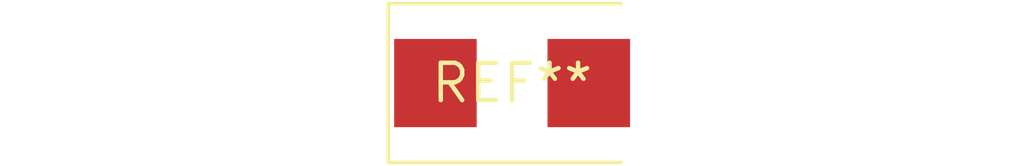
<source format=kicad_pcb>
(kicad_pcb (version 20240108) (generator pcbnew)
  (layers (0 "F.Cu" signal) (31 "B.Cu" signal) (34 "B.Paste" user) (35 "F.Paste" user) (36 "B.SilkS" user "B.Silkscreen") (37 "F.SilkS" user "F.Silkscreen") (38 "B.Mask" user) (39 "F.Mask" user) (44 "Edge.Cuts" user))
  (net 0 "")
  (footprint "Crystal_SMD_7050-2Pin_7.0x5.0mm" (layer "F.Cu") (at 0 0)
    (property "Reference" "REF**")
    (property "Value" "Crystal_SMD_7050-2Pin_7.0x5.0mm")
    (fp_line (start -4.2 -2.7) (end -4.2 2.7) (layer "F.SilkS") (stroke (width 0.12)))
    (fp_line (start -4.2 2.7) (end 3.7 2.7) (layer "F.SilkS") (stroke (width 0.12)))
    (fp_line (start 3.7 -2.7) (end -4.2 -2.7) (layer "F.SilkS") (stroke (width 0.12)))
    (pad "1" smd rect (at -2.6 0) (size 2.8 3) (layers "F.Cu" "F.Paste" "F.Mask"))
    (pad "2" smd rect (at 2.6 0) (size 2.8 3) (layers "F.Cu" "F.Paste" "F.Mask"))
  )
)
</source>
